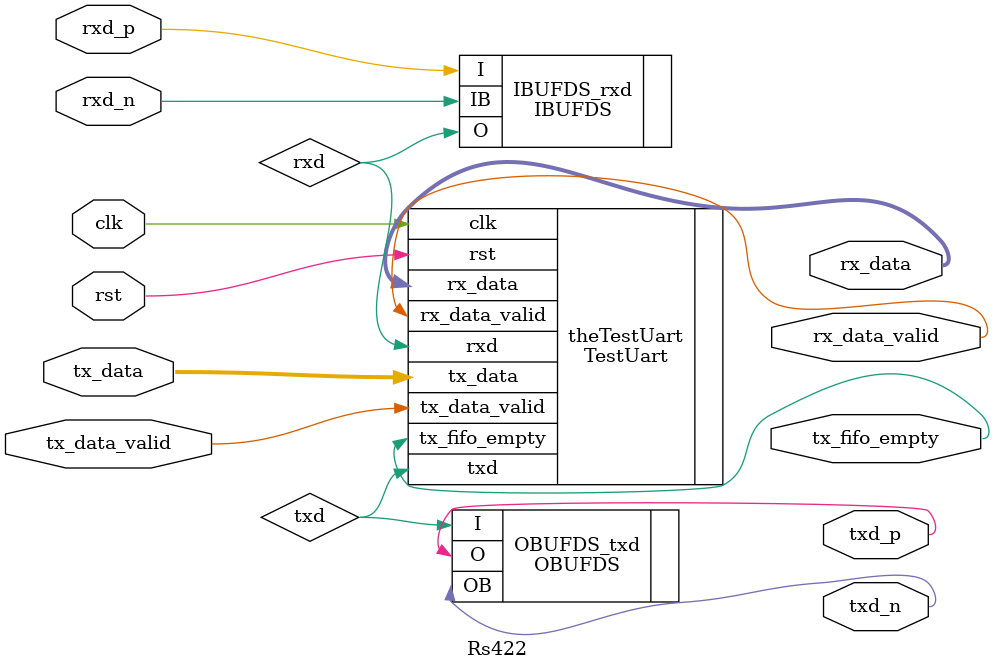
<source format=sv>
`timescale 1ns / 1ps


module Rs422(
        input    wire    clk,
        input    wire    rst,
        output   wire    txd_p, 
        output   wire    txd_n,
        input    wire    rxd_p, 
        input    wire    rxd_n,
        input    wire    [7:0]   tx_data,
        input    wire            tx_data_valid,
        output   wire    [7:0]   rx_data,
        output   wire            rx_data_valid,
        output   wire            tx_fifo_empty       
    );
    
        wire     txd, rxd;     

      TestUart theTestUart(
        .clk(clk),
        .rst(rst), 
        .tx_data(tx_data),
        .tx_data_valid(tx_data_valid),
        .txd(txd), 
        .rxd(rxd),
        .rx_data(rx_data),
        .rx_data_valid(rx_data_valid),
        .tx_fifo_empty(tx_fifo_empty)
        ); 
     
        IBUFDS IBUFDS_rxd (
        .O(rxd),   // 1-bit output: Buffer output
        .I(rxd_p),   // 1-bit input: Diff_p buffer input (connect directly to top-level port)
        .IB(rxd_n));  // 1-bit input: Diff_n buffer input (connect directly to top-level port)

        OBUFDS OBUFDS_txd (
        .O(txd_p),   // 1-bit output: Diff_p output (connect directly to top-level port)
        .OB(txd_n), // 1-bit output: Diff_n output (connect directly to top-level port)
        .I(txd));    // 1-bit input: Buffer input
   
endmodule

</source>
